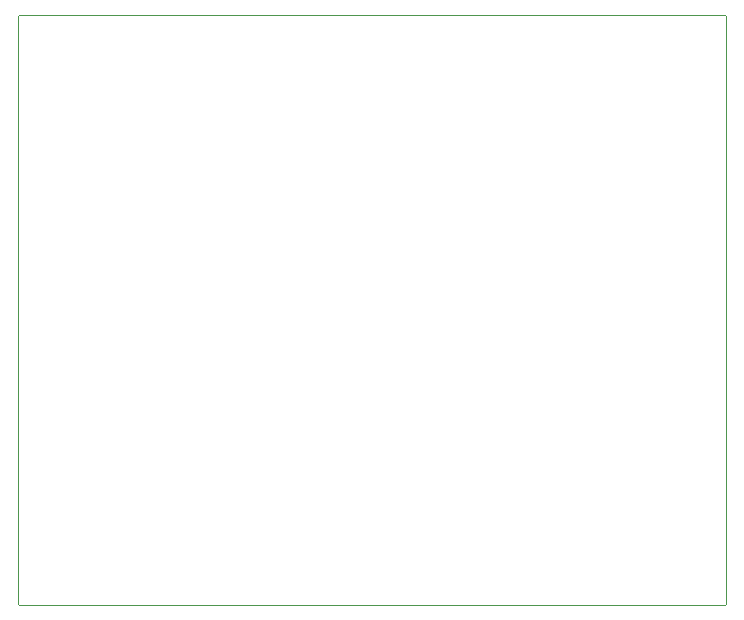
<source format=gbr>
G75*
%MOIN*%
%OFA0B0*%
%FSLAX24Y24*%
%IPPOS*%
%LPD*%
%AMOC8*
5,1,8,0,0,1.08239X$1,22.5*
%
%ADD10C,0.0000*%
D10*
X000280Y000370D02*
X023702Y000370D01*
X023719Y000372D01*
X023736Y000376D01*
X023752Y000383D01*
X023766Y000393D01*
X023779Y000406D01*
X023789Y000420D01*
X023796Y000436D01*
X023800Y000453D01*
X023802Y000470D01*
X023802Y019955D01*
X023800Y019972D01*
X023796Y019989D01*
X023789Y020005D01*
X023779Y020019D01*
X023766Y020032D01*
X023752Y020042D01*
X023736Y020049D01*
X023719Y020053D01*
X023702Y020055D01*
X000280Y020055D01*
X000263Y020053D01*
X000246Y020049D01*
X000230Y020042D01*
X000216Y020032D01*
X000203Y020019D01*
X000193Y020005D01*
X000186Y019989D01*
X000182Y019972D01*
X000180Y019955D01*
X000180Y000470D01*
X000182Y000453D01*
X000186Y000436D01*
X000193Y000420D01*
X000203Y000406D01*
X000216Y000393D01*
X000230Y000383D01*
X000246Y000376D01*
X000263Y000372D01*
X000280Y000370D01*
M02*

</source>
